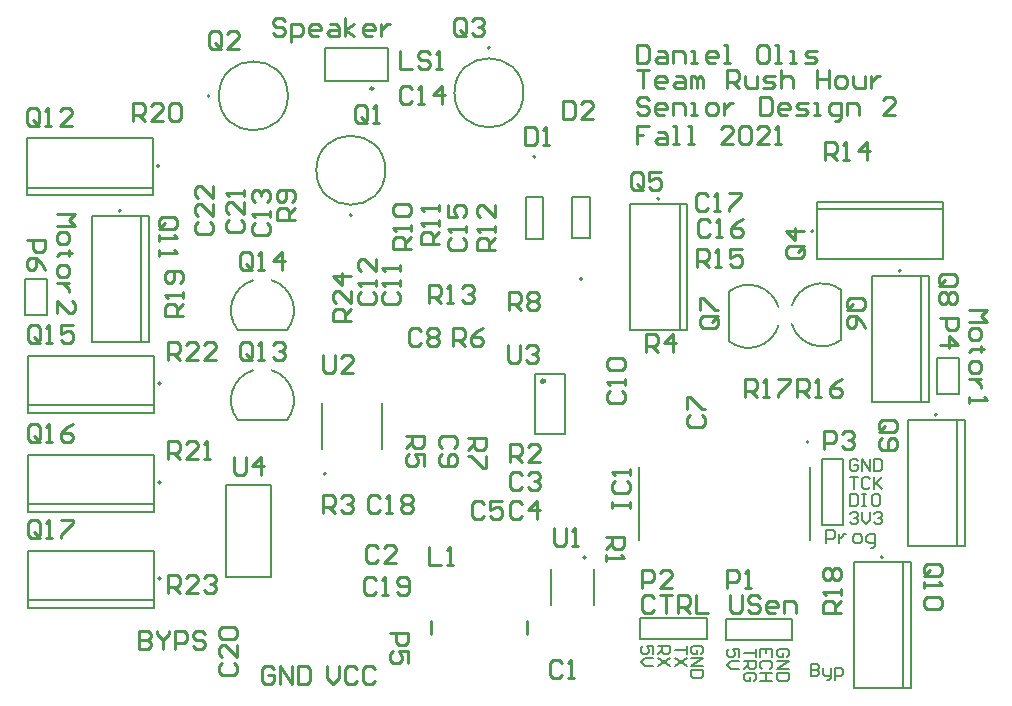
<source format=gto>
G04*
G04 #@! TF.GenerationSoftware,Altium Limited,Altium Designer,20.0.9 (164)*
G04*
G04 Layer_Color=65535*
%FSLAX25Y25*%
%MOIN*%
G70*
G01*
G75*
%ADD10C,0.00787*%
%ADD11C,0.00984*%
%ADD12C,0.00600*%
%ADD13C,0.00500*%
%ADD14C,0.01200*%
%ADD15C,0.00591*%
%ADD16C,0.00800*%
%ADD17C,0.01000*%
D10*
X399571Y195150D02*
G03*
X399571Y195150I-394J0D01*
G01*
X349783Y276200D02*
G03*
X349783Y276200I-394J0D01*
G01*
X401194Y265390D02*
G03*
X401194Y265390I-394J0D01*
G01*
X430283Y252200D02*
G03*
X430283Y252200I-394J0D01*
G01*
X442283Y204200D02*
G03*
X442283Y204200I-394J0D01*
G01*
X424284Y156700D02*
G03*
X424284Y156700I-394J0D01*
G01*
X247354Y270701D02*
G03*
X247354Y270701I-394J0D01*
G01*
X170283Y272200D02*
G03*
X170283Y272200I-394J0D01*
G01*
X238669Y184571D02*
G03*
X238669Y184571I-394J0D01*
G01*
X325268Y156595D02*
G03*
X325268Y156595I-394J0D01*
G01*
X183594Y149610D02*
G03*
X183594Y149610I-394J0D01*
G01*
Y181610D02*
G03*
X183594Y181610I-394J0D01*
G01*
Y214610D02*
G03*
X183594Y214610I-394J0D01*
G01*
X183094Y287110D02*
G03*
X183094Y287110I-394J0D01*
G01*
X293394Y326500D02*
G03*
X293394Y326500I-394J0D01*
G01*
X199894Y310500D02*
G03*
X199894Y310500I-394J0D01*
G01*
X324130Y249433D02*
G03*
X324130Y249433I-394J0D01*
G01*
X308543Y290228D02*
G03*
X308543Y290228I-394J0D01*
G01*
X259512Y315488D02*
Y326512D01*
X238488Y315488D02*
Y326512D01*
Y315488D02*
X259512D01*
X238488Y326512D02*
X259512D01*
X442457Y223043D02*
X449543D01*
X442457Y210957D02*
Y223043D01*
Y210957D02*
X449543D01*
Y223043D01*
X138457Y237457D02*
X145543D01*
Y249543D01*
X138457D02*
X145543D01*
X138457Y237457D02*
Y249543D01*
X371957Y128957D02*
Y136043D01*
Y128957D02*
X394043D01*
Y136043D01*
X371957D02*
X394043D01*
X343457Y129457D02*
Y136543D01*
Y129457D02*
X365543D01*
Y136543D01*
X343457D02*
X365543D01*
X411043Y167457D02*
Y189543D01*
X403957Y167457D02*
X411043D01*
X403957D02*
Y189543D01*
X411043D01*
D11*
X254492Y312929D02*
G03*
X254492Y312929I-492J0D01*
G01*
D12*
X389541Y240070D02*
G03*
X373035Y245274I-10041J-3070D01*
G01*
X373036Y228724D02*
G03*
X389541Y233928I6464J8274D01*
G01*
X393959Y234430D02*
G03*
X410465Y229226I10041J3070D01*
G01*
X410464Y245776D02*
G03*
X393959Y240572I-6464J-8274D01*
G01*
X214430Y249041D02*
G03*
X209226Y232535I3070J-10041D01*
G01*
X225776Y232536D02*
G03*
X220572Y249041I-8274J6464D01*
G01*
X214430Y219041D02*
G03*
X209226Y202535I3070J-10041D01*
G01*
X225776Y202536D02*
G03*
X220572Y219041I-8274J6464D01*
G01*
X373000Y228752D02*
Y245248D01*
X410500Y229252D02*
Y245748D01*
X209252Y232500D02*
X225748D01*
X209252Y202500D02*
X225748D01*
D13*
X258457Y285701D02*
G03*
X258457Y285701I-11496J0D01*
G01*
X304496Y311500D02*
G03*
X304496Y311500I-11496J0D01*
G01*
X225996Y310500D02*
G03*
X225996Y310500I-11496J0D01*
G01*
X343114Y162295D02*
Y186705D01*
X399886Y162295D02*
Y186705D01*
X359154Y232476D02*
Y274524D01*
X356654Y232476D02*
X359154D01*
X340138D02*
X356654D01*
X340138D02*
Y274524D01*
X356654D01*
X359154D01*
X356654Y232476D02*
Y274524D01*
X402476Y275154D02*
X444524D01*
Y272654D02*
Y275154D01*
Y256138D02*
Y272654D01*
X402476Y256138D02*
X444524D01*
X402476D02*
Y272654D01*
Y275154D01*
Y272654D02*
X444524D01*
X439654Y208476D02*
Y250524D01*
X437154Y208476D02*
X439654D01*
X420638D02*
X437154D01*
X420638D02*
Y250524D01*
X437154D01*
X439654D01*
X437154Y208476D02*
Y250524D01*
X451654Y160476D02*
Y202524D01*
X449154Y160476D02*
X451654D01*
X432638D02*
X449154D01*
X432638D02*
Y202524D01*
X449154D01*
X451654D01*
X449154Y160476D02*
Y202524D01*
X433654Y112976D02*
Y155024D01*
X431154Y112976D02*
X433654D01*
X414638D02*
X431154D01*
X414638D02*
Y155024D01*
X431154D01*
X433654D01*
X431154Y112976D02*
Y155024D01*
X179654Y228476D02*
Y270524D01*
X177154Y228476D02*
X179654D01*
X160638D02*
X177154D01*
X160638D02*
Y270524D01*
X177154D01*
X179654D01*
X177154Y228476D02*
Y270524D01*
X257291Y192799D02*
Y208154D01*
X237409Y192799D02*
Y208154D01*
X313752Y140945D02*
Y152756D01*
X328122Y140945D02*
Y152756D01*
X139476Y142346D02*
X181524D01*
Y139846D02*
Y142346D01*
Y158862D01*
X139476D02*
X181524D01*
X139476Y142346D02*
Y158862D01*
Y139846D02*
Y142346D01*
Y139846D02*
X181524D01*
X139476Y174346D02*
X181524D01*
Y171846D02*
Y174346D01*
Y190862D01*
X139476D02*
X181524D01*
X139476Y174346D02*
Y190862D01*
Y171846D02*
Y174346D01*
Y171846D02*
X181524D01*
X139476Y207346D02*
X181524D01*
Y204846D02*
Y207346D01*
Y223862D01*
X139476D02*
X181524D01*
X139476Y207346D02*
Y223862D01*
Y204846D02*
Y207346D01*
Y204846D02*
X181524D01*
X138976Y279846D02*
X181024D01*
Y277346D02*
Y279846D01*
Y296362D01*
X138976D02*
X181024D01*
X138976Y279846D02*
Y296362D01*
Y277346D02*
Y279846D01*
Y277346D02*
X181024D01*
X320783Y263016D02*
Y276795D01*
X323736D01*
X326689D01*
Y263016D02*
Y276795D01*
X323736Y263016D02*
X326689D01*
X320783D02*
X323736D01*
X311102Y262866D02*
Y276646D01*
X308150Y262866D02*
X311102D01*
X305197D02*
X308150D01*
X305197D02*
Y276646D01*
X308150D01*
X311102D01*
D14*
X311500Y215445D02*
G03*
X311500Y215445I-500J0D01*
G01*
D15*
X205520Y150146D02*
Y180854D01*
X220480D01*
Y150146D02*
Y180854D01*
X205520Y150146D02*
X220480D01*
D16*
X308500Y197945D02*
Y217945D01*
X318500Y197945D02*
Y217945D01*
X308500D02*
X318500D01*
X308500Y197945D02*
X318500D01*
X400300Y121132D02*
Y117133D01*
X402299D01*
X402966Y117799D01*
Y118466D01*
X402299Y119132D01*
X400300D01*
X402299D01*
X402966Y119799D01*
Y120465D01*
X402299Y121132D01*
X400300D01*
X404299Y119799D02*
Y117799D01*
X404965Y117133D01*
X406964D01*
Y116466D01*
X406298Y115800D01*
X405632D01*
X406964Y117133D02*
Y119799D01*
X408297Y115800D02*
Y119799D01*
X410297D01*
X410963Y119132D01*
Y117799D01*
X410297Y117133D01*
X408297D01*
X387484Y123379D02*
Y126044D01*
X383485D01*
Y123379D01*
X385485Y126044D02*
Y124711D01*
X386818Y119380D02*
X387484Y120046D01*
Y121379D01*
X386818Y122046D01*
X384152D01*
X383485Y121379D01*
Y120046D01*
X384152Y119380D01*
X387484Y118047D02*
X383485D01*
X385485D01*
Y115381D01*
X387484D01*
X383485D01*
X358984Y127044D02*
Y124379D01*
Y125711D01*
X354985D01*
X358984Y123046D02*
X354985Y120380D01*
X358984D02*
X354985Y123046D01*
X392318Y123379D02*
X392984Y124045D01*
Y125378D01*
X392318Y126044D01*
X389652D01*
X388985Y125378D01*
Y124045D01*
X389652Y123379D01*
X390985D01*
Y124711D01*
X388985Y122046D02*
X392984D01*
X388985Y119380D01*
X392984D01*
Y118047D02*
X388985D01*
Y116048D01*
X389652Y115381D01*
X392318D01*
X392984Y116048D01*
Y118047D01*
X376299Y123534D02*
Y126200D01*
X374299D01*
X374966Y124867D01*
Y124201D01*
X374299Y123534D01*
X372966D01*
X372300Y124201D01*
Y125533D01*
X372966Y126200D01*
X376299Y122201D02*
X373633D01*
X372300Y120868D01*
X373633Y119536D01*
X376299D01*
X363818Y124379D02*
X364484Y125045D01*
Y126378D01*
X363818Y127044D01*
X361152D01*
X360485Y126378D01*
Y125045D01*
X361152Y124379D01*
X362485D01*
Y125711D01*
X360485Y123046D02*
X364484D01*
X360485Y120380D01*
X364484D01*
Y119047D02*
X360485D01*
Y117048D01*
X361152Y116381D01*
X363818D01*
X364484Y117048D01*
Y119047D01*
X347799Y124534D02*
Y127200D01*
X345799D01*
X346466Y125867D01*
Y125201D01*
X345799Y124534D01*
X344466D01*
X343800Y125201D01*
Y126533D01*
X344466Y127200D01*
X347799Y123201D02*
X345133D01*
X343800Y121868D01*
X345133Y120536D01*
X347799D01*
X349485Y127044D02*
X353484D01*
Y125045D01*
X352818Y124379D01*
X351485D01*
X350818Y125045D01*
Y127044D01*
Y125711D02*
X349485Y124379D01*
X353484Y123046D02*
X349485Y120380D01*
X353484D02*
X349485Y123046D01*
X381984Y126044D02*
Y123379D01*
Y124711D01*
X377985D01*
Y122046D02*
X381984D01*
Y120046D01*
X381317Y119380D01*
X379985D01*
X379318Y120046D01*
Y122046D01*
Y120713D02*
X377985Y119380D01*
X381317Y115381D02*
X381984Y116048D01*
Y117380D01*
X381317Y118047D01*
X378652D01*
X377985Y117380D01*
Y116048D01*
X378652Y115381D01*
X379985D01*
Y116714D01*
X413300Y171132D02*
X413966Y171799D01*
X415299D01*
X415966Y171132D01*
Y170466D01*
X415299Y169799D01*
X414633D01*
X415299D01*
X415966Y169133D01*
Y168466D01*
X415299Y167800D01*
X413966D01*
X413300Y168466D01*
X417299Y171799D02*
Y169133D01*
X418632Y167800D01*
X419965Y169133D01*
Y171799D01*
X421297Y171132D02*
X421964Y171799D01*
X423297D01*
X423963Y171132D01*
Y170466D01*
X423297Y169799D01*
X422630D01*
X423297D01*
X423963Y169133D01*
Y168466D01*
X423297Y167800D01*
X421964D01*
X421297Y168466D01*
X405300Y161300D02*
Y165798D01*
X407549D01*
X408299Y165048D01*
Y163549D01*
X407549Y162799D01*
X405300D01*
X409798Y164299D02*
Y161300D01*
Y162799D01*
X410548Y163549D01*
X411298Y164299D01*
X412048D01*
X415047Y161300D02*
X416546D01*
X417296Y162049D01*
Y163549D01*
X416546Y164299D01*
X415047D01*
X414297Y163549D01*
Y162049D01*
X415047Y161300D01*
X420295Y159800D02*
X421045D01*
X421795Y160550D01*
Y164299D01*
X419545D01*
X418796Y163549D01*
Y162049D01*
X419545Y161300D01*
X421795D01*
X413300Y177799D02*
Y173800D01*
X415299D01*
X415966Y174467D01*
Y177132D01*
X415299Y177799D01*
X413300D01*
X417299D02*
X418632D01*
X417965D01*
Y173800D01*
X417299D01*
X418632D01*
X422630Y177799D02*
X421297D01*
X420631Y177132D01*
Y174467D01*
X421297Y173800D01*
X422630D01*
X423297Y174467D01*
Y177132D01*
X422630Y177799D01*
X413300Y183299D02*
X415966D01*
X414633D01*
Y179300D01*
X419965Y182632D02*
X419298Y183299D01*
X417965D01*
X417299Y182632D01*
Y179966D01*
X417965Y179300D01*
X419298D01*
X419965Y179966D01*
X421297Y183299D02*
Y179300D01*
Y180633D01*
X423963Y183299D01*
X421964Y181299D01*
X423963Y179300D01*
X415966Y188632D02*
X415299Y189299D01*
X413966D01*
X413300Y188632D01*
Y185967D01*
X413966Y185300D01*
X415299D01*
X415966Y185967D01*
Y187299D01*
X414633D01*
X417299Y185300D02*
Y189299D01*
X419965Y185300D01*
Y189299D01*
X421297D02*
Y185300D01*
X423297D01*
X423963Y185967D01*
Y188632D01*
X423297Y189299D01*
X421297D01*
D17*
X305642Y131245D02*
Y135445D01*
X273752Y131145D02*
Y135445D01*
X405002Y289001D02*
Y294999D01*
X408002D01*
X409001Y293999D01*
Y292000D01*
X408002Y291000D01*
X405002D01*
X407002D02*
X409001Y289001D01*
X411000D02*
X413000D01*
X412000D01*
Y294999D01*
X411000Y293999D01*
X418998Y289001D02*
Y294999D01*
X415999Y292000D01*
X419998D01*
X174503Y302001D02*
Y307999D01*
X177502D01*
X178501Y306999D01*
Y305000D01*
X177502Y304000D01*
X174503D01*
X176502D02*
X178501Y302001D01*
X184499D02*
X180501D01*
X184499Y306000D01*
Y306999D01*
X183500Y307999D01*
X181500D01*
X180501Y306999D01*
X186499D02*
X187498Y307999D01*
X189498D01*
X190497Y306999D01*
Y303001D01*
X189498Y302001D01*
X187498D01*
X186499Y303001D01*
Y306999D01*
X453000Y239000D02*
X458998D01*
X456999Y237001D01*
X458998Y235001D01*
X453000D01*
Y232002D02*
Y230003D01*
X454000Y229003D01*
X455999D01*
X456999Y230003D01*
Y232002D01*
X455999Y233002D01*
X454000D01*
X453000Y232002D01*
X457998Y226004D02*
X456999D01*
Y227004D01*
Y225005D01*
Y226004D01*
X454000D01*
X453000Y225005D01*
Y221006D02*
Y219006D01*
X454000Y218007D01*
X455999D01*
X456999Y219006D01*
Y221006D01*
X455999Y222006D01*
X454000D01*
X453000Y221006D01*
X456999Y216007D02*
X453000D01*
X454999D01*
X455999Y215008D01*
X456999Y214008D01*
Y213008D01*
X453000Y210009D02*
Y208010D01*
Y209010D01*
X458998D01*
X457998Y210009D01*
X346499Y300498D02*
X342500D01*
Y297499D01*
X344499D01*
X342500D01*
Y294500D01*
X349498Y298499D02*
X351497D01*
X352497Y297499D01*
Y294500D01*
X349498D01*
X348498Y295500D01*
X349498Y296499D01*
X352497D01*
X354496Y294500D02*
X356495D01*
X355496D01*
Y300498D01*
X354496D01*
X359494Y294500D02*
X361494D01*
X360494D01*
Y300498D01*
X359494D01*
X374490Y294500D02*
X370491D01*
X374490Y298499D01*
Y299498D01*
X373490Y300498D01*
X371491D01*
X370491Y299498D01*
X376489D02*
X377489Y300498D01*
X379488D01*
X380488Y299498D01*
Y295500D01*
X379488Y294500D01*
X377489D01*
X376489Y295500D01*
Y299498D01*
X386486Y294500D02*
X382487D01*
X386486Y298499D01*
Y299498D01*
X385486Y300498D01*
X383487D01*
X382487Y299498D01*
X388485Y294500D02*
X390484D01*
X389485D01*
Y300498D01*
X388485Y299498D01*
X346499Y308998D02*
X345499Y309997D01*
X343500D01*
X342500Y308998D01*
Y307998D01*
X343500Y306998D01*
X345499D01*
X346499Y305999D01*
Y304999D01*
X345499Y303999D01*
X343500D01*
X342500Y304999D01*
X351497Y303999D02*
X349498D01*
X348498Y304999D01*
Y306998D01*
X349498Y307998D01*
X351497D01*
X352497Y306998D01*
Y305999D01*
X348498D01*
X354496Y303999D02*
Y307998D01*
X357495D01*
X358495Y306998D01*
Y303999D01*
X360494D02*
X362493D01*
X361494D01*
Y307998D01*
X360494D01*
X366492Y303999D02*
X368492D01*
X369491Y304999D01*
Y306998D01*
X368492Y307998D01*
X366492D01*
X365493Y306998D01*
Y304999D01*
X366492Y303999D01*
X371491Y307998D02*
Y303999D01*
Y305999D01*
X372490Y306998D01*
X373490Y307998D01*
X374490D01*
X383487Y309997D02*
Y303999D01*
X386486D01*
X387485Y304999D01*
Y308998D01*
X386486Y309997D01*
X383487D01*
X392484Y303999D02*
X390484D01*
X389485Y304999D01*
Y306998D01*
X390484Y307998D01*
X392484D01*
X393483Y306998D01*
Y305999D01*
X389485D01*
X395483Y303999D02*
X398482D01*
X399482Y304999D01*
X398482Y305999D01*
X396482D01*
X395483Y306998D01*
X396482Y307998D01*
X399482D01*
X401481Y303999D02*
X403480D01*
X402481D01*
Y307998D01*
X401481D01*
X408479Y302000D02*
X409478D01*
X410478Y303000D01*
Y307998D01*
X407479D01*
X406479Y306998D01*
Y304999D01*
X407479Y303999D01*
X410478D01*
X412477D02*
Y307998D01*
X415476D01*
X416476Y306998D01*
Y303999D01*
X428472D02*
X424473D01*
X428472Y307998D01*
Y308998D01*
X427472Y309997D01*
X425473D01*
X424473Y308998D01*
X342500Y318998D02*
X346499D01*
X344499D01*
Y313000D01*
X351497D02*
X349498D01*
X348498Y314000D01*
Y315999D01*
X349498Y316999D01*
X351497D01*
X352497Y315999D01*
Y314999D01*
X348498D01*
X355496Y316999D02*
X357495D01*
X358495Y315999D01*
Y313000D01*
X355496D01*
X354496Y314000D01*
X355496Y314999D01*
X358495D01*
X360494Y313000D02*
Y316999D01*
X361494D01*
X362493Y315999D01*
Y313000D01*
Y315999D01*
X363493Y316999D01*
X364493Y315999D01*
Y313000D01*
X372490D02*
Y318998D01*
X375489D01*
X376489Y317998D01*
Y315999D01*
X375489Y314999D01*
X372490D01*
X374490D02*
X376489Y313000D01*
X378488Y316999D02*
Y314000D01*
X379488Y313000D01*
X382487D01*
Y316999D01*
X384486Y313000D02*
X387485D01*
X388485Y314000D01*
X387485Y314999D01*
X385486D01*
X384486Y315999D01*
X385486Y316999D01*
X388485D01*
X390484Y318998D02*
Y313000D01*
Y315999D01*
X391484Y316999D01*
X393483D01*
X394483Y315999D01*
Y313000D01*
X402481Y318998D02*
Y313000D01*
Y315999D01*
X406479D01*
Y318998D01*
Y313000D01*
X409478D02*
X411478D01*
X412477Y314000D01*
Y315999D01*
X411478Y316999D01*
X409478D01*
X408479Y315999D01*
Y314000D01*
X409478Y313000D01*
X414477Y316999D02*
Y314000D01*
X415476Y313000D01*
X418475D01*
Y316999D01*
X420475D02*
Y313000D01*
Y314999D01*
X421475Y315999D01*
X422474Y316999D01*
X423474D01*
X342500Y327498D02*
Y321500D01*
X345499D01*
X346499Y322500D01*
Y326498D01*
X345499Y327498D01*
X342500D01*
X349498Y325499D02*
X351497D01*
X352497Y324499D01*
Y321500D01*
X349498D01*
X348498Y322500D01*
X349498Y323499D01*
X352497D01*
X354496Y321500D02*
Y325499D01*
X357495D01*
X358495Y324499D01*
Y321500D01*
X360494D02*
X362493D01*
X361494D01*
Y325499D01*
X360494D01*
X368492Y321500D02*
X366492D01*
X365493Y322500D01*
Y324499D01*
X366492Y325499D01*
X368492D01*
X369491Y324499D01*
Y323499D01*
X365493D01*
X371491Y321500D02*
X373490D01*
X372490D01*
Y327498D01*
X371491D01*
X385486D02*
X383487D01*
X382487Y326498D01*
Y322500D01*
X383487Y321500D01*
X385486D01*
X386486Y322500D01*
Y326498D01*
X385486Y327498D01*
X388485Y321500D02*
X390484D01*
X389485D01*
Y327498D01*
X388485D01*
X393483Y321500D02*
X395483D01*
X394483D01*
Y325499D01*
X393483D01*
X398482Y321500D02*
X401481D01*
X402481Y322500D01*
X401481Y323499D01*
X399482D01*
X398482Y324499D01*
X399482Y325499D01*
X402481D01*
X224999Y335498D02*
X223999Y336497D01*
X222000D01*
X221000Y335498D01*
Y334498D01*
X222000Y333498D01*
X223999D01*
X224999Y332499D01*
Y331499D01*
X223999Y330499D01*
X222000D01*
X221000Y331499D01*
X226998Y328500D02*
Y334498D01*
X229997D01*
X230997Y333498D01*
Y331499D01*
X229997Y330499D01*
X226998D01*
X235995D02*
X233996D01*
X232996Y331499D01*
Y333498D01*
X233996Y334498D01*
X235995D01*
X236995Y333498D01*
Y332499D01*
X232996D01*
X239994Y334498D02*
X241993D01*
X242993Y333498D01*
Y330499D01*
X239994D01*
X238994Y331499D01*
X239994Y332499D01*
X242993D01*
X244992Y330499D02*
Y336497D01*
Y332499D02*
X247991Y334498D01*
X244992Y332499D02*
X247991Y330499D01*
X253989D02*
X251990D01*
X250990Y331499D01*
Y333498D01*
X251990Y334498D01*
X253989D01*
X254989Y333498D01*
Y332499D01*
X250990D01*
X256988Y334498D02*
Y330499D01*
Y332499D01*
X257988Y333498D01*
X258988Y334498D01*
X259987D01*
X149000Y271000D02*
X154998D01*
X152999Y269001D01*
X154998Y267001D01*
X149000D01*
Y264002D02*
Y262003D01*
X150000Y261003D01*
X151999D01*
X152999Y262003D01*
Y264002D01*
X151999Y265002D01*
X150000D01*
X149000Y264002D01*
X153998Y258004D02*
X152999D01*
Y259004D01*
Y257004D01*
Y258004D01*
X150000D01*
X149000Y257004D01*
Y253006D02*
Y251007D01*
X150000Y250007D01*
X151999D01*
X152999Y251007D01*
Y253006D01*
X151999Y254006D01*
X150000D01*
X149000Y253006D01*
X152999Y248007D02*
X149000D01*
X150999D01*
X151999Y247008D01*
X152999Y246008D01*
Y245008D01*
X149000Y238011D02*
Y242009D01*
X152999Y238011D01*
X153998D01*
X154998Y239010D01*
Y241010D01*
X153998Y242009D01*
X176500Y131998D02*
Y126000D01*
X179499D01*
X180499Y127000D01*
Y127999D01*
X179499Y128999D01*
X176500D01*
X179499D01*
X180499Y129999D01*
Y130998D01*
X179499Y131998D01*
X176500D01*
X182498D02*
Y130998D01*
X184497Y128999D01*
X186497Y130998D01*
Y131998D01*
X184497Y128999D02*
Y126000D01*
X188496D02*
Y131998D01*
X191495D01*
X192495Y130998D01*
Y128999D01*
X191495Y127999D01*
X188496D01*
X198493Y130998D02*
X197493Y131998D01*
X195494D01*
X194494Y130998D01*
Y129999D01*
X195494Y128999D01*
X197493D01*
X198493Y127999D01*
Y127000D01*
X197493Y126000D01*
X195494D01*
X194494Y127000D01*
X221499Y119498D02*
X220499Y120498D01*
X218500D01*
X217500Y119498D01*
Y115500D01*
X218500Y114500D01*
X220499D01*
X221499Y115500D01*
Y117499D01*
X219499D01*
X223498Y114500D02*
Y120498D01*
X227497Y114500D01*
Y120498D01*
X229496D02*
Y114500D01*
X232495D01*
X233495Y115500D01*
Y119498D01*
X232495Y120498D01*
X229496D01*
X239000D02*
Y116499D01*
X240999Y114500D01*
X242999Y116499D01*
Y120498D01*
X248997Y119498D02*
X247997Y120498D01*
X245998D01*
X244998Y119498D01*
Y115500D01*
X245998Y114500D01*
X247997D01*
X248997Y115500D01*
X254995Y119498D02*
X253995Y120498D01*
X251996D01*
X250996Y119498D01*
Y115500D01*
X251996Y114500D01*
X253995D01*
X254995Y115500D01*
X347999Y142998D02*
X346999Y143998D01*
X345000D01*
X344000Y142998D01*
Y139000D01*
X345000Y138000D01*
X346999D01*
X347999Y139000D01*
X349998Y143998D02*
X353997D01*
X351997D01*
Y138000D01*
X355996D02*
Y143998D01*
X358995D01*
X359995Y142998D01*
Y140999D01*
X358995Y139999D01*
X355996D01*
X357996D02*
X359995Y138000D01*
X361994Y143998D02*
Y138000D01*
X365993D01*
X373500Y143998D02*
Y139000D01*
X374500Y138000D01*
X376499D01*
X377499Y139000D01*
Y143998D01*
X383497Y142998D02*
X382497Y143998D01*
X380498D01*
X379498Y142998D01*
Y141999D01*
X380498Y140999D01*
X382497D01*
X383497Y139999D01*
Y139000D01*
X382497Y138000D01*
X380498D01*
X379498Y139000D01*
X388495Y138000D02*
X386496D01*
X385496Y139000D01*
Y140999D01*
X386496Y141999D01*
X388495D01*
X389495Y140999D01*
Y139999D01*
X385496D01*
X391494Y138000D02*
Y141999D01*
X394493D01*
X395493Y140999D01*
Y138000D01*
X334001Y173002D02*
Y175001D01*
Y174002D01*
X339999D01*
Y173002D01*
Y175001D01*
X335001Y181999D02*
X334001Y181000D01*
Y179000D01*
X335001Y178000D01*
X338999D01*
X339999Y179000D01*
Y181000D01*
X338999Y181999D01*
X339999Y183999D02*
Y185998D01*
Y184998D01*
X334001D01*
X335001Y183999D01*
X360001Y204000D02*
X359001Y203001D01*
Y201001D01*
X360001Y200002D01*
X363999D01*
X364999Y201001D01*
Y203001D01*
X363999Y204000D01*
X359001Y206000D02*
Y209998D01*
X360001D01*
X363999Y206000D01*
X364999D01*
X345502Y225001D02*
Y230999D01*
X348501D01*
X349500Y229999D01*
Y228000D01*
X348501Y227000D01*
X345502D01*
X347501D02*
X349500Y225001D01*
X354499D02*
Y230999D01*
X351500Y228000D01*
X355498D01*
X333501Y212001D02*
X332501Y211001D01*
Y209002D01*
X333501Y208002D01*
X337499D01*
X338499Y209002D01*
Y211001D01*
X337499Y212001D01*
X338499Y214001D02*
Y216000D01*
Y215000D01*
X332501D01*
X333501Y214001D01*
Y218999D02*
X332501Y219999D01*
Y221998D01*
X333501Y222998D01*
X337499D01*
X338499Y221998D01*
Y219999D01*
X337499Y218999D01*
X333501D01*
X263502Y325499D02*
Y319501D01*
X267501D01*
X273499Y324499D02*
X272499Y325499D01*
X270500D01*
X269500Y324499D01*
Y323500D01*
X270500Y322500D01*
X272499D01*
X273499Y321500D01*
Y320501D01*
X272499Y319501D01*
X270500D01*
X269500Y320501D01*
X275498Y319501D02*
X277498D01*
X276498D01*
Y325499D01*
X275498Y324499D01*
X186003Y144851D02*
Y150849D01*
X189002D01*
X190001Y149850D01*
Y147850D01*
X189002Y146851D01*
X186003D01*
X188002D02*
X190001Y144851D01*
X195999D02*
X192001D01*
X195999Y148850D01*
Y149850D01*
X195000Y150849D01*
X193000D01*
X192001Y149850D01*
X197999D02*
X198998Y150849D01*
X200998D01*
X201997Y149850D01*
Y148850D01*
X200998Y147850D01*
X199998D01*
X200998D01*
X201997Y146851D01*
Y145851D01*
X200998Y144851D01*
X198998D01*
X197999Y145851D01*
X362502Y253501D02*
Y259499D01*
X365501D01*
X366501Y258499D01*
Y256500D01*
X365501Y255500D01*
X362502D01*
X364502D02*
X366501Y253501D01*
X368500D02*
X370500D01*
X369500D01*
Y259499D01*
X368500Y258499D01*
X377498Y259499D02*
X373499D01*
Y256500D01*
X375498Y257500D01*
X376498D01*
X377498Y256500D01*
Y254501D01*
X376498Y253501D01*
X374499D01*
X373499Y254501D01*
X366001Y276999D02*
X365002Y277999D01*
X363002D01*
X362002Y276999D01*
Y273001D01*
X363002Y272001D01*
X365002D01*
X366001Y273001D01*
X368001Y272001D02*
X370000D01*
X369000D01*
Y277999D01*
X368001Y276999D01*
X372999Y277999D02*
X376998D01*
Y276999D01*
X372999Y273001D01*
Y272001D01*
X366584Y268499D02*
X365584Y269499D01*
X363585D01*
X362585Y268499D01*
Y264501D01*
X363585Y263501D01*
X365584D01*
X366584Y264501D01*
X368583Y263501D02*
X370583D01*
X369583D01*
Y269499D01*
X368583Y268499D01*
X377580Y269499D02*
X375581Y268499D01*
X373582Y266500D01*
Y264501D01*
X374581Y263501D01*
X376581D01*
X377580Y264501D01*
Y265500D01*
X376581Y266500D01*
X373582D01*
X344500Y280001D02*
Y283999D01*
X343501Y284999D01*
X341501D01*
X340502Y283999D01*
Y280001D01*
X341501Y279001D01*
X343501D01*
X342501Y281000D02*
X344500Y279001D01*
X343501D02*
X344500Y280001D01*
X350498Y284999D02*
X346500D01*
Y282000D01*
X348499Y283000D01*
X349499D01*
X350498Y282000D01*
Y280001D01*
X349499Y279001D01*
X347499D01*
X346500Y280001D01*
X396999Y260500D02*
X393001D01*
X392001Y259501D01*
Y257501D01*
X393001Y256502D01*
X396999D01*
X397999Y257501D01*
Y259501D01*
X396000Y258501D02*
X397999Y260500D01*
Y259501D02*
X396999Y260500D01*
X397999Y265499D02*
X392001D01*
X395000Y262500D01*
Y266498D01*
X368267Y237000D02*
X364268D01*
X363269Y236001D01*
Y234001D01*
X364268Y233002D01*
X368267D01*
X369267Y234001D01*
Y236001D01*
X367267Y235001D02*
X369267Y237000D01*
Y236001D02*
X368267Y237000D01*
X363269Y239000D02*
Y242998D01*
X364268D01*
X368267Y239000D01*
X369267D01*
X413501Y239000D02*
X417499D01*
X418499Y239999D01*
Y241999D01*
X417499Y242998D01*
X413501D01*
X412501Y241999D01*
Y239999D01*
X414500Y240999D02*
X412501Y239000D01*
Y239999D02*
X413501Y239000D01*
X418499Y233002D02*
X417499Y235001D01*
X415500Y237000D01*
X413501D01*
X412501Y236001D01*
Y234001D01*
X413501Y233002D01*
X414500D01*
X415500Y234001D01*
Y237000D01*
X444001Y247000D02*
X447999D01*
X448999Y247999D01*
Y249999D01*
X447999Y250998D01*
X444001D01*
X443001Y249999D01*
Y247999D01*
X445000Y248999D02*
X443001Y247000D01*
Y247999D02*
X444001Y247000D01*
X447999Y245000D02*
X448999Y244001D01*
Y242001D01*
X447999Y241002D01*
X447000D01*
X446000Y242001D01*
X445000Y241002D01*
X444001D01*
X443001Y242001D01*
Y244001D01*
X444001Y245000D01*
X445000D01*
X446000Y244001D01*
X447000Y245000D01*
X447999D01*
X446000Y244001D02*
Y242001D01*
X443501Y236498D02*
X449499D01*
Y233499D01*
X448499Y232500D01*
X446500D01*
X445500Y233499D01*
Y236498D01*
X443501Y227501D02*
X449499D01*
X446500Y230500D01*
Y226502D01*
X424001Y198500D02*
X427999D01*
X428999Y199499D01*
Y201499D01*
X427999Y202498D01*
X424001D01*
X423001Y201499D01*
Y199499D01*
X425000Y200499D02*
X423001Y198500D01*
Y199499D02*
X424001Y198500D01*
Y196500D02*
X423001Y195501D01*
Y193501D01*
X424001Y192502D01*
X427999D01*
X428999Y193501D01*
Y195501D01*
X427999Y196500D01*
X427000D01*
X426000Y195501D01*
Y192502D01*
X439001Y150499D02*
X442999D01*
X443999Y151498D01*
Y153498D01*
X442999Y154498D01*
X439001D01*
X438001Y153498D01*
Y151498D01*
X440000Y152498D02*
X438001Y150499D01*
Y151498D02*
X439001Y150499D01*
X438001Y148500D02*
Y146500D01*
Y147500D01*
X443999D01*
X442999Y148500D01*
Y143501D02*
X443999Y142501D01*
Y140502D01*
X442999Y139502D01*
X439001D01*
X438001Y140502D01*
Y142501D01*
X439001Y143501D01*
X442999D01*
X410499Y138057D02*
X404501D01*
Y141057D01*
X405501Y142056D01*
X407500D01*
X408500Y141057D01*
Y138057D01*
Y140057D02*
X410499Y142056D01*
Y144056D02*
Y146055D01*
Y145055D01*
X404501D01*
X405501Y144056D01*
Y149054D02*
X404501Y150054D01*
Y152053D01*
X405501Y153053D01*
X406500D01*
X407500Y152053D01*
X408500Y153053D01*
X409499D01*
X410499Y152053D01*
Y150054D01*
X409499Y149054D01*
X408500D01*
X407500Y150054D01*
X406500Y149054D01*
X405501D01*
X407500Y150054D02*
Y152053D01*
X273002Y241501D02*
Y247499D01*
X276002D01*
X277001Y246499D01*
Y244500D01*
X276002Y243500D01*
X273002D01*
X275002D02*
X277001Y241501D01*
X279000D02*
X281000D01*
X280000D01*
Y247499D01*
X279000Y246499D01*
X283999D02*
X284998Y247499D01*
X286998D01*
X287998Y246499D01*
Y245500D01*
X286998Y244500D01*
X285998D01*
X286998D01*
X287998Y243500D01*
Y242501D01*
X286998Y241501D01*
X284998D01*
X283999Y242501D01*
X252500Y302501D02*
Y306499D01*
X251500Y307499D01*
X249501D01*
X248501Y306499D01*
Y302501D01*
X249501Y301501D01*
X251500D01*
X250501Y303500D02*
X252500Y301501D01*
X251500D02*
X252500Y302501D01*
X254499Y301501D02*
X256499D01*
X255499D01*
Y307499D01*
X254499Y306499D01*
X294999Y259002D02*
X289001D01*
Y262001D01*
X290001Y263001D01*
X292000D01*
X293000Y262001D01*
Y259002D01*
Y261002D02*
X294999Y263001D01*
Y265001D02*
Y267000D01*
Y266000D01*
X289001D01*
X290001Y265001D01*
X294999Y273998D02*
Y269999D01*
X291000Y273998D01*
X290001D01*
X289001Y272998D01*
Y270999D01*
X290001Y269999D01*
X280501Y263001D02*
X279501Y262001D01*
Y260002D01*
X280501Y259002D01*
X284499D01*
X285499Y260002D01*
Y262001D01*
X284499Y263001D01*
X285499Y265001D02*
Y267000D01*
Y266000D01*
X279501D01*
X280501Y265001D01*
X279501Y273998D02*
Y269999D01*
X282500D01*
X281500Y271998D01*
Y272998D01*
X282500Y273998D01*
X284499D01*
X285499Y272998D01*
Y270999D01*
X284499Y269999D01*
X276499Y261002D02*
X270501D01*
Y264001D01*
X271501Y265001D01*
X273500D01*
X274500Y264001D01*
Y261002D01*
Y263001D02*
X276499Y265001D01*
Y267000D02*
Y269000D01*
Y268000D01*
X270501D01*
X271501Y267000D01*
X276499Y271999D02*
Y273998D01*
Y272998D01*
X270501D01*
X271501Y271999D01*
X266999Y259502D02*
X261001D01*
Y262502D01*
X262001Y263501D01*
X264000D01*
X265000Y262502D01*
Y259502D01*
Y261502D02*
X266999Y263501D01*
Y265500D02*
Y267500D01*
Y266500D01*
X261001D01*
X262001Y265500D01*
Y270499D02*
X261001Y271498D01*
Y273498D01*
X262001Y274498D01*
X265999D01*
X266999Y273498D01*
Y271498D01*
X265999Y270499D01*
X262001D01*
X228499Y269002D02*
X222501D01*
Y272001D01*
X223501Y273000D01*
X225500D01*
X226500Y272001D01*
Y269002D01*
Y271001D02*
X228499Y273000D01*
X227499Y275000D02*
X228499Y275999D01*
Y277999D01*
X227499Y278998D01*
X223501D01*
X222501Y277999D01*
Y275999D01*
X223501Y275000D01*
X224500D01*
X225500Y275999D01*
Y278998D01*
X215001Y268001D02*
X214001Y267002D01*
Y265002D01*
X215001Y264002D01*
X218999D01*
X219999Y265002D01*
Y267002D01*
X218999Y268001D01*
X219999Y270001D02*
Y272000D01*
Y271000D01*
X214001D01*
X215001Y270001D01*
Y274999D02*
X214001Y275998D01*
Y277998D01*
X215001Y278998D01*
X216000D01*
X217000Y277998D01*
Y276998D01*
Y277998D01*
X218000Y278998D01*
X218999D01*
X219999Y277998D01*
Y275998D01*
X218999Y274999D01*
X270500Y231999D02*
X269501Y232999D01*
X267501D01*
X266502Y231999D01*
Y228001D01*
X267501Y227001D01*
X269501D01*
X270500Y228001D01*
X272500Y231999D02*
X273499Y232999D01*
X275499D01*
X276498Y231999D01*
Y231000D01*
X275499Y230000D01*
X276498Y229000D01*
Y228001D01*
X275499Y227001D01*
X273499D01*
X272500Y228001D01*
Y229000D01*
X273499Y230000D01*
X272500Y231000D01*
Y231999D01*
X273499Y230000D02*
X275499D01*
X286001Y196498D02*
X291999D01*
Y193499D01*
X290999Y192500D01*
X289000D01*
X288000Y193499D01*
Y196498D01*
Y194499D02*
X286001Y192500D01*
X291999Y190500D02*
Y186502D01*
X290999D01*
X287001Y190500D01*
X286001D01*
X258501Y245001D02*
X257501Y244001D01*
Y242002D01*
X258501Y241002D01*
X262499D01*
X263499Y242002D01*
Y244001D01*
X262499Y245001D01*
X263499Y247000D02*
Y249000D01*
Y248000D01*
X257501D01*
X258501Y247000D01*
X263499Y251998D02*
Y253998D01*
Y252998D01*
X257501D01*
X258501Y251998D01*
X250501Y245001D02*
X249501Y244002D01*
Y242002D01*
X250501Y241002D01*
X254499D01*
X255499Y242002D01*
Y244002D01*
X254499Y245001D01*
X255499Y247001D02*
Y249000D01*
Y248000D01*
X249501D01*
X250501Y247001D01*
X255499Y255998D02*
Y251999D01*
X251500Y255998D01*
X250501D01*
X249501Y254998D01*
Y252998D01*
X250501Y251999D01*
X247019Y235503D02*
X241021D01*
Y238502D01*
X242020Y239501D01*
X244020D01*
X245019Y238502D01*
Y235503D01*
Y237502D02*
X247019Y239501D01*
Y245499D02*
Y241501D01*
X243020Y245499D01*
X242020D01*
X241021Y244500D01*
Y242500D01*
X242020Y241501D01*
X247019Y250498D02*
X241021D01*
X244020Y247499D01*
Y251497D01*
X281002Y227001D02*
Y232999D01*
X284001D01*
X285000Y231999D01*
Y230000D01*
X284001Y229000D01*
X281002D01*
X283001D02*
X285000Y227001D01*
X290998Y232999D02*
X288999Y231999D01*
X287000Y230000D01*
Y228001D01*
X287999Y227001D01*
X289999D01*
X290998Y228001D01*
Y229000D01*
X289999Y230000D01*
X287000D01*
X281499Y193000D02*
X282499Y193999D01*
Y195999D01*
X281499Y196998D01*
X277501D01*
X276501Y195999D01*
Y193999D01*
X277501Y193000D01*
Y191000D02*
X276501Y190001D01*
Y188001D01*
X277501Y187002D01*
X281499D01*
X282499Y188001D01*
Y190001D01*
X281499Y191000D01*
X280500D01*
X279500Y190001D01*
Y187002D01*
X214001Y253501D02*
Y257499D01*
X213001Y258499D01*
X211002D01*
X210002Y257499D01*
Y253501D01*
X211002Y252501D01*
X213001D01*
X212002Y254500D02*
X214001Y252501D01*
X213001D02*
X214001Y253501D01*
X216001Y252501D02*
X218000D01*
X217000D01*
Y258499D01*
X216001Y257499D01*
X223998Y252501D02*
Y258499D01*
X220999Y255500D01*
X224998D01*
X214001Y223501D02*
Y227499D01*
X213001Y228499D01*
X211002D01*
X210002Y227499D01*
Y223501D01*
X211002Y222501D01*
X213001D01*
X212002Y224500D02*
X214001Y222501D01*
X213001D02*
X214001Y223501D01*
X216001Y222501D02*
X218000D01*
X217000D01*
Y228499D01*
X216001Y227499D01*
X220999D02*
X221999Y228499D01*
X223998D01*
X224998Y227499D01*
Y226500D01*
X223998Y225500D01*
X222998D01*
X223998D01*
X224998Y224500D01*
Y223501D01*
X223998Y222501D01*
X221999D01*
X220999Y223501D01*
X186030Y222550D02*
Y228549D01*
X189029D01*
X190029Y227549D01*
Y225549D01*
X189029Y224550D01*
X186030D01*
X188029D02*
X190029Y222550D01*
X196027D02*
X192028D01*
X196027Y226549D01*
Y227549D01*
X195027Y228549D01*
X193028D01*
X192028Y227549D01*
X202025Y222550D02*
X198026D01*
X202025Y226549D01*
Y227549D01*
X201025Y228549D01*
X199026D01*
X198026Y227549D01*
X265501Y196998D02*
X271499D01*
Y193999D01*
X270499Y193000D01*
X268500D01*
X267500Y193999D01*
Y196998D01*
Y194999D02*
X265501Y193000D01*
X271499Y187002D02*
Y191000D01*
X268500D01*
X269500Y189001D01*
Y188001D01*
X268500Y187002D01*
X266501D01*
X265501Y188001D01*
Y190001D01*
X266501Y191000D01*
X196001Y268501D02*
X195001Y267502D01*
Y265502D01*
X196001Y264503D01*
X199999D01*
X200999Y265502D01*
Y267502D01*
X199999Y268501D01*
X200999Y274499D02*
Y270501D01*
X197000Y274499D01*
X196001D01*
X195001Y273500D01*
Y271500D01*
X196001Y270501D01*
X200999Y280497D02*
Y276499D01*
X197000Y280497D01*
X196001D01*
X195001Y279498D01*
Y277498D01*
X196001Y276499D01*
X206501Y269001D02*
X205501Y268001D01*
Y266002D01*
X206501Y265002D01*
X210499D01*
X211499Y266002D01*
Y268001D01*
X210499Y269001D01*
X211499Y274999D02*
Y271000D01*
X207500Y274999D01*
X206501D01*
X205501Y273999D01*
Y272000D01*
X206501Y271000D01*
X211499Y276998D02*
Y278998D01*
Y277998D01*
X205501D01*
X206501Y276998D01*
X208002Y189999D02*
Y185001D01*
X209001Y184001D01*
X211001D01*
X212000Y185001D01*
Y189999D01*
X216999Y184001D02*
Y189999D01*
X214000Y187000D01*
X217998D01*
X139001Y262498D02*
X144999D01*
Y259499D01*
X143999Y258500D01*
X142000D01*
X141000Y259499D01*
Y262498D01*
X144999Y252502D02*
X143999Y254501D01*
X142000Y256500D01*
X140001D01*
X139001Y255501D01*
Y253501D01*
X140001Y252502D01*
X141000D01*
X142000Y253501D01*
Y256500D01*
X184001Y265999D02*
X187999D01*
X188999Y266999D01*
Y268998D01*
X187999Y269998D01*
X184001D01*
X183001Y268998D01*
Y266999D01*
X185000Y267999D02*
X183001Y265999D01*
Y266999D02*
X184001Y265999D01*
X183001Y264000D02*
Y262000D01*
Y263000D01*
X188999D01*
X187999Y264000D01*
X183001Y259001D02*
Y257002D01*
Y258002D01*
X188999D01*
X187999Y259001D01*
X190999Y237002D02*
X185001D01*
Y240002D01*
X186001Y241001D01*
X188000D01*
X189000Y240002D01*
Y237002D01*
Y239002D02*
X190999Y241001D01*
Y243001D02*
Y245000D01*
Y244000D01*
X185001D01*
X186001Y243001D01*
X189999Y247999D02*
X190999Y248998D01*
Y250998D01*
X189999Y251998D01*
X186001D01*
X185001Y250998D01*
Y248998D01*
X186001Y247999D01*
X187000D01*
X188000Y248998D01*
Y251998D01*
X372501Y146501D02*
Y152499D01*
X375500D01*
X376500Y151499D01*
Y149500D01*
X375500Y148500D01*
X372501D01*
X378499Y146501D02*
X380499D01*
X379499D01*
Y152499D01*
X378499Y151499D01*
X344002Y146501D02*
Y152499D01*
X347001D01*
X348000Y151499D01*
Y149500D01*
X347001Y148500D01*
X344002D01*
X353998Y146501D02*
X350000D01*
X353998Y150500D01*
Y151499D01*
X352999Y152499D01*
X350999D01*
X350000Y151499D01*
X317736Y308859D02*
Y302861D01*
X320735D01*
X321735Y303860D01*
Y307859D01*
X320735Y308859D01*
X317736D01*
X327733Y302861D02*
X323734D01*
X327733Y306859D01*
Y307859D01*
X326733Y308859D01*
X324734D01*
X323734Y307859D01*
X305150Y300054D02*
Y294056D01*
X308149D01*
X309148Y295056D01*
Y299054D01*
X308149Y300054D01*
X305150D01*
X311148Y294056D02*
X313147D01*
X312147D01*
Y300054D01*
X311148Y299054D01*
X273100Y160274D02*
Y154276D01*
X277099D01*
X279098D02*
X281097D01*
X280098D01*
Y160274D01*
X279098Y159275D01*
X299500Y227343D02*
Y222345D01*
X300500Y221345D01*
X302499D01*
X303499Y222345D01*
Y227343D01*
X305498Y226343D02*
X306498Y227343D01*
X308497D01*
X309497Y226343D01*
Y225344D01*
X308497Y224344D01*
X307497D01*
X308497D01*
X309497Y223344D01*
Y222345D01*
X308497Y221345D01*
X306498D01*
X305498Y222345D01*
X237650Y224199D02*
Y219200D01*
X238650Y218201D01*
X240649D01*
X241649Y219200D01*
Y224199D01*
X247647Y218201D02*
X243649D01*
X247647Y222200D01*
Y223199D01*
X246648Y224199D01*
X244648D01*
X243649Y223199D01*
X314537Y166349D02*
Y161350D01*
X315537Y160350D01*
X317536D01*
X318536Y161350D01*
Y166349D01*
X320535Y160350D02*
X322534D01*
X321535D01*
Y166349D01*
X320535Y165349D01*
X186030Y189550D02*
Y195548D01*
X189029D01*
X190029Y194549D01*
Y192549D01*
X189029Y191550D01*
X186030D01*
X188029D02*
X190029Y189550D01*
X196027D02*
X192028D01*
X196027Y193549D01*
Y194549D01*
X195027Y195548D01*
X193028D01*
X192028Y194549D01*
X198026Y189550D02*
X200025D01*
X199026D01*
Y195548D01*
X198026Y194549D01*
X378300Y210100D02*
Y216098D01*
X381299D01*
X382299Y215098D01*
Y213099D01*
X381299Y212099D01*
X378300D01*
X380299D02*
X382299Y210100D01*
X384298D02*
X386297D01*
X385298D01*
Y216098D01*
X384298Y215098D01*
X389296Y216098D02*
X393295D01*
Y215098D01*
X389296Y211100D01*
Y210100D01*
X395800D02*
Y216098D01*
X398799D01*
X399799Y215098D01*
Y213099D01*
X398799Y212099D01*
X395800D01*
X397799D02*
X399799Y210100D01*
X401798D02*
X403797D01*
X402798D01*
Y216098D01*
X401798Y215098D01*
X410795Y216098D02*
X408796Y215098D01*
X406796Y213099D01*
Y211100D01*
X407796Y210100D01*
X409796D01*
X410795Y211100D01*
Y212099D01*
X409796Y213099D01*
X406796D01*
X299800Y239100D02*
Y245098D01*
X302799D01*
X303799Y244098D01*
Y242099D01*
X302799Y241099D01*
X299800D01*
X301799D02*
X303799Y239100D01*
X305798Y244098D02*
X306798Y245098D01*
X308797D01*
X309797Y244098D01*
Y243099D01*
X308797Y242099D01*
X309797Y241099D01*
Y240100D01*
X308797Y239100D01*
X306798D01*
X305798Y240100D01*
Y241099D01*
X306798Y242099D01*
X305798Y243099D01*
Y244098D01*
X306798Y242099D02*
X308797D01*
X237780Y171600D02*
Y177598D01*
X240779D01*
X241779Y176598D01*
Y174599D01*
X240779Y173599D01*
X237780D01*
X239780D02*
X241779Y171600D01*
X243778Y176598D02*
X244778Y177598D01*
X246777D01*
X247777Y176598D01*
Y175599D01*
X246777Y174599D01*
X245778D01*
X246777D01*
X247777Y173599D01*
Y172600D01*
X246777Y171600D01*
X244778D01*
X243778Y172600D01*
X300002Y188501D02*
Y194499D01*
X303001D01*
X304000Y193499D01*
Y191500D01*
X303001Y190500D01*
X300002D01*
X302001D02*
X304000Y188501D01*
X309998D02*
X306000D01*
X309998Y192500D01*
Y193499D01*
X308999Y194499D01*
X306999D01*
X306000Y193499D01*
X332001Y163499D02*
X337999D01*
Y160500D01*
X336999Y159500D01*
X335000D01*
X334000Y160500D01*
Y163499D01*
Y161499D02*
X332001Y159500D01*
Y157501D02*
Y155501D01*
Y156501D01*
X337999D01*
X336999Y157501D01*
X143399Y164000D02*
Y167998D01*
X142399Y168998D01*
X140400D01*
X139400Y167998D01*
Y164000D01*
X140400Y163000D01*
X142399D01*
X141399Y164999D02*
X143399Y163000D01*
X142399D02*
X143399Y164000D01*
X145398Y163000D02*
X147397D01*
X146398D01*
Y168998D01*
X145398Y167998D01*
X150396Y168998D02*
X154395D01*
Y167998D01*
X150396Y164000D01*
Y163000D01*
X143399Y196000D02*
Y199998D01*
X142399Y200998D01*
X140400D01*
X139400Y199998D01*
Y196000D01*
X140400Y195000D01*
X142399D01*
X141399Y196999D02*
X143399Y195000D01*
X142399D02*
X143399Y196000D01*
X145398Y195000D02*
X147397D01*
X146398D01*
Y200998D01*
X145398Y199998D01*
X154395Y200998D02*
X152396Y199998D01*
X150396Y197999D01*
Y196000D01*
X151396Y195000D01*
X153395D01*
X154395Y196000D01*
Y196999D01*
X153395Y197999D01*
X150396D01*
X143399Y229000D02*
Y232998D01*
X142399Y233998D01*
X140400D01*
X139400Y232998D01*
Y229000D01*
X140400Y228000D01*
X142399D01*
X141399Y229999D02*
X143399Y228000D01*
X142399D02*
X143399Y229000D01*
X145398Y228000D02*
X147397D01*
X146398D01*
Y233998D01*
X145398Y232998D01*
X154395Y233998D02*
X150396D01*
Y230999D01*
X152396Y231999D01*
X153395D01*
X154395Y230999D01*
Y229000D01*
X153395Y228000D01*
X151396D01*
X150396Y229000D01*
X142899Y301500D02*
Y305498D01*
X141899Y306498D01*
X139900D01*
X138900Y305498D01*
Y301500D01*
X139900Y300500D01*
X141899D01*
X140899Y302499D02*
X142899Y300500D01*
X141899D02*
X142899Y301500D01*
X144898Y300500D02*
X146897D01*
X145898D01*
Y306498D01*
X144898Y305498D01*
X153895Y300500D02*
X149896D01*
X153895Y304499D01*
Y305498D01*
X152895Y306498D01*
X150896D01*
X149896Y305498D01*
X285399Y331300D02*
Y335298D01*
X284399Y336298D01*
X282400D01*
X281400Y335298D01*
Y331300D01*
X282400Y330300D01*
X284399D01*
X283399Y332299D02*
X285399Y330300D01*
X284399D02*
X285399Y331300D01*
X287398Y335298D02*
X288398Y336298D01*
X290397D01*
X291397Y335298D01*
Y334299D01*
X290397Y333299D01*
X289397D01*
X290397D01*
X291397Y332299D01*
Y331300D01*
X290397Y330300D01*
X288398D01*
X287398Y331300D01*
X203699Y327100D02*
Y331098D01*
X202699Y332098D01*
X200700D01*
X199700Y331098D01*
Y327100D01*
X200700Y326100D01*
X202699D01*
X201699Y328099D02*
X203699Y326100D01*
X202699D02*
X203699Y327100D01*
X209697Y326100D02*
X205698D01*
X209697Y330099D01*
Y331098D01*
X208697Y332098D01*
X206698D01*
X205698Y331098D01*
X260001Y131498D02*
X265999D01*
Y128499D01*
X264999Y127500D01*
X263000D01*
X262000Y128499D01*
Y131498D01*
X265999Y121502D02*
Y125500D01*
X263000D01*
X264000Y123501D01*
Y122501D01*
X263000Y121502D01*
X261001D01*
X260001Y122501D01*
Y124501D01*
X261001Y125500D01*
X404600Y192900D02*
Y198898D01*
X407599D01*
X408599Y197898D01*
Y195899D01*
X407599Y194899D01*
X404600D01*
X410598Y197898D02*
X411598Y198898D01*
X413597D01*
X414597Y197898D01*
Y196899D01*
X413597Y195899D01*
X412597D01*
X413597D01*
X414597Y194899D01*
Y193900D01*
X413597Y192900D01*
X411598D01*
X410598Y193900D01*
X204001Y121501D02*
X203001Y120502D01*
Y118502D01*
X204001Y117503D01*
X207999D01*
X208999Y118502D01*
Y120502D01*
X207999Y121501D01*
X208999Y127499D02*
Y123501D01*
X205000Y127499D01*
X204001D01*
X203001Y126500D01*
Y124500D01*
X204001Y123501D01*
Y129499D02*
X203001Y130498D01*
Y132498D01*
X204001Y133497D01*
X207999D01*
X208999Y132498D01*
Y130498D01*
X207999Y129499D01*
X204001D01*
X255482Y148999D02*
X254482Y149999D01*
X252482D01*
X251483Y148999D01*
Y145001D01*
X252482Y144001D01*
X254482D01*
X255482Y145001D01*
X257481Y144001D02*
X259480D01*
X258481D01*
Y149999D01*
X257481Y148999D01*
X262479Y145001D02*
X263479Y144001D01*
X265478D01*
X266478Y145001D01*
Y148999D01*
X265478Y149999D01*
X263479D01*
X262479Y148999D01*
Y148000D01*
X263479Y147000D01*
X266478D01*
X256799Y176598D02*
X255799Y177598D01*
X253800D01*
X252800Y176598D01*
Y172600D01*
X253800Y171600D01*
X255799D01*
X256799Y172600D01*
X258798Y171600D02*
X260797D01*
X259798D01*
Y177598D01*
X258798Y176598D01*
X263796D02*
X264796Y177598D01*
X266795D01*
X267795Y176598D01*
Y175599D01*
X266795Y174599D01*
X267795Y173599D01*
Y172600D01*
X266795Y171600D01*
X264796D01*
X263796Y172600D01*
Y173599D01*
X264796Y174599D01*
X263796Y175599D01*
Y176598D01*
X264796Y174599D02*
X266795D01*
X267399Y312698D02*
X266399Y313698D01*
X264400D01*
X263400Y312698D01*
Y308700D01*
X264400Y307700D01*
X266399D01*
X267399Y308700D01*
X269398Y307700D02*
X271397D01*
X270398D01*
Y313698D01*
X269398Y312698D01*
X277396Y307700D02*
Y313698D01*
X274396Y310699D01*
X278395D01*
X291299Y174598D02*
X290299Y175598D01*
X288300D01*
X287300Y174598D01*
Y170600D01*
X288300Y169600D01*
X290299D01*
X291299Y170600D01*
X297297Y175598D02*
X293298D01*
Y172599D01*
X295297Y173599D01*
X296297D01*
X297297Y172599D01*
Y170600D01*
X296297Y169600D01*
X294298D01*
X293298Y170600D01*
X304000Y174499D02*
X303001Y175499D01*
X301001D01*
X300002Y174499D01*
Y170501D01*
X301001Y169501D01*
X303001D01*
X304000Y170501D01*
X308999Y169501D02*
Y175499D01*
X306000Y172500D01*
X309998D01*
X304000Y183999D02*
X303001Y184999D01*
X301001D01*
X300002Y183999D01*
Y180001D01*
X301001Y179001D01*
X303001D01*
X304000Y180001D01*
X306000Y183999D02*
X306999Y184999D01*
X308999D01*
X309998Y183999D01*
Y183000D01*
X308999Y182000D01*
X307999D01*
X308999D01*
X309998Y181000D01*
Y180001D01*
X308999Y179001D01*
X306999D01*
X306000Y180001D01*
X255981Y159944D02*
X254981Y160944D01*
X252982D01*
X251982Y159944D01*
Y155946D01*
X252982Y154946D01*
X254981D01*
X255981Y155946D01*
X261979Y154946D02*
X257980D01*
X261979Y158945D01*
Y159944D01*
X260979Y160944D01*
X258980D01*
X257980Y159944D01*
X317350Y121499D02*
X316351Y122499D01*
X314351D01*
X313352Y121499D01*
Y117501D01*
X314351Y116501D01*
X316351D01*
X317350Y117501D01*
X319350Y116501D02*
X321349D01*
X320349D01*
Y122499D01*
X319350Y121499D01*
M02*

</source>
